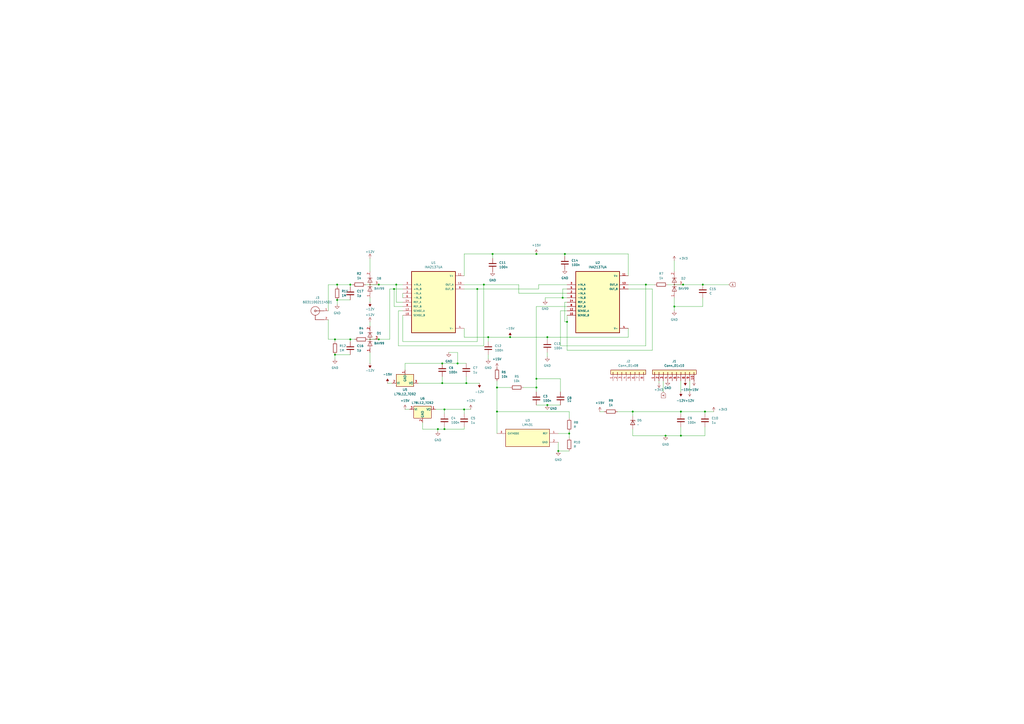
<source format=kicad_sch>
(kicad_sch (version 20231120) (generator "eeschema") (generator_version "8.0")
  (paper "A2")
  (lib_symbols
    (symbol "60311002114501:60311002114501" (pin_names (offset 1.016) hide)
      (property "Reference" "J" (at 0 3.556 0))
      (symbol "60311002114501_0_0"
        (polyline (pts (xy 0 -5.08) (xy 5.08 -5.08)) (stroke (width 0.254)))
        (polyline (pts (xy 0 -2.54) (xy 0 -5.08)) (stroke (width 0.254)))
        (polyline (pts (xy 5.08 0) (xy 0.5334 0)) (stroke (width 0.254)))
        (circle (center 0 0) (radius 0.508) (stroke (width 0.254)))
        (circle (center 0 0) (radius 2.54) (stroke (width 0.2032)))
        (pin passive line (at 7.62 0 180) (length 2.54) (name "~") (number "1"))
        (pin passive line (at 7.62 -5.08 180) (length 2.54) (name "~") (number "2"))
      )
    )
    (symbol "AP7381-50V-A:AP7381-50V-A" (pin_names (offset 1.016))
      (property "Reference" "U3" (at 0 10.16 0))
      (property "Value" "LM431" (at 0 7.62 0))
      (symbol "AP7381-50V-A_0_0"
        (rectangle (start -12.7 -5.08) (end 12.7 5.08) (stroke (width 0.254)) (fill (type background)))
      )
      (symbol "AP7381-50V-A_1_0"
        (pin output line (at 17.78 2.54 180) (length 5.08) (name "REF") (number "1"))
        (pin output line (at 17.78 -2.54 180) (length 5.08) (name "GND") (number "2"))
        (pin input line (at -17.78 2.54 0) (length 5.08) (name "CATHODE") (number "3"))
      )
    )
    (symbol "Connector_Generic:Conn_01x08" (pin_names (offset 1.016) hide)
      (property "Reference" "J" (at 0 10.16 0))
      (property "Value" "Conn_01x08" (at 0 -12.7 0))
      (symbol "Conn_01x08_1_1"
        (rectangle (start -1.27 -10.033) (end 0 -10.287) (stroke (width 0.1524)))
        (rectangle (start -1.27 -7.493) (end 0 -7.747) (stroke (width 0.1524)))
        (rectangle (start -1.27 -4.953) (end 0 -5.207) (stroke (width 0.1524)))
        (rectangle (start -1.27 -2.413) (end 0 -2.667) (stroke (width 0.1524)))
        (rectangle (start -1.27 0.127) (end 0 -0.127) (stroke (width 0.1524)))
        (rectangle (start -1.27 2.667) (end 0 2.413) (stroke (width 0.1524)))
        (rectangle (start -1.27 5.207) (end 0 4.953) (stroke (width 0.1524)))
        (rectangle (start -1.27 7.747) (end 0 7.493) (stroke (width 0.1524)))
        (rectangle (start -1.27 8.89) (end 1.27 -11.43) (stroke (width 0.254)) (fill (type background)))
        (pin passive line (at -5.08 7.62 0) (length 3.81) (name "Pin_1") (number "1"))
        (pin passive line (at -5.08 5.08 0) (length 3.81) (name "Pin_2") (number "2"))
        (pin passive line (at -5.08 2.54 0) (length 3.81) (name "Pin_3") (number "3"))
        (pin passive line (at -5.08 0 0) (length 3.81) (name "Pin_4") (number "4"))
        (pin passive line (at -5.08 -2.54 0) (length 3.81) (name "Pin_5") (number "5"))
        (pin passive line (at -5.08 -5.08 0) (length 3.81) (name "Pin_6") (number "6"))
        (pin passive line (at -5.08 -7.62 0) (length 3.81) (name "Pin_7") (number "7"))
        (pin passive line (at -5.08 -10.16 0) (length 3.81) (name "Pin_8") (number "8"))
      )
    )
    (symbol "Connector_Generic:Conn_01x10" (pin_names (offset 1.016) hide)
      (property "Reference" "J" (at 0 12.7 0))
      (property "Value" "Conn_01x10" (at 0 -15.24 0))
      (symbol "Conn_01x10_1_1"
        (rectangle (start -1.27 -12.573) (end 0 -12.827) (stroke (width 0.1524)))
        (rectangle (start -1.27 -10.033) (end 0 -10.287) (stroke (width 0.1524)))
        (rectangle (start -1.27 -7.493) (end 0 -7.747) (stroke (width 0.1524)))
        (rectangle (start -1.27 -4.953) (end 0 -5.207) (stroke (width 0.1524)))
        (rectangle (start -1.27 -2.413) (end 0 -2.667) (stroke (width 0.1524)))
        (rectangle (start -1.27 0.127) (end 0 -0.127) (stroke (width 0.1524)))
        (rectangle (start -1.27 2.667) (end 0 2.413) (stroke (width 0.1524)))
        (rectangle (start -1.27 5.207) (end 0 4.953) (stroke (width 0.1524)))
        (rectangle (start -1.27 7.747) (end 0 7.493) (stroke (width 0.1524)))
        (rectangle (start -1.27 10.287) (end 0 10.033) (stroke (width 0.1524)))
        (rectangle (start -1.27 11.43) (end 1.27 -13.97) (stroke (width 0.254)) (fill (type background)))
        (pin passive line (at -5.08 10.16 0) (length 3.81) (name "Pin_1") (number "1"))
        (pin passive line (at -5.08 -12.7 0) (length 3.81) (name "Pin_10") (number "10"))
        (pin passive line (at -5.08 7.62 0) (length 3.81) (name "Pin_2") (number "2"))
        (pin passive line (at -5.08 5.08 0) (length 3.81) (name "Pin_3") (number "3"))
        (pin passive line (at -5.08 2.54 0) (length 3.81) (name "Pin_4") (number "4"))
        (pin passive line (at -5.08 0 0) (length 3.81) (name "Pin_5") (number "5"))
        (pin passive line (at -5.08 -2.54 0) (length 3.81) (name "Pin_6") (number "6"))
        (pin passive line (at -5.08 -5.08 0) (length 3.81) (name "Pin_7") (number "7"))
        (pin passive line (at -5.08 -7.62 0) (length 3.81) (name "Pin_8") (number "8"))
        (pin passive line (at -5.08 -10.16 0) (length 3.81) (name "Pin_9") (number "9"))
      )
    )
    (symbol "Device:C" (pin_numbers hide) (pin_names (offset 0.254))
      (property "Reference" "C" (at 0.635 2.54 0))
      (property "Value" "C" (at 0.635 -2.54 0))
      (symbol "C_0_1"
        (polyline (pts (xy -2.032 -0.762) (xy 2.032 -0.762)) (stroke (width 0.508)))
        (polyline (pts (xy -2.032 0.762) (xy 2.032 0.762)) (stroke (width 0.508)))
      )
      (symbol "C_1_1"
        (pin passive line (at 0 3.81 270) (length 2.794) (name "~") (number "1"))
        (pin passive line (at 0 -3.81 90) (length 2.794) (name "~") (number "2"))
      )
    )
    (symbol "Device:R" (pin_numbers hide) (pin_names (offset 0))
      (property "Reference" "R" (at 2.032 0 90))
      (property "Value" "R" (at 0 0 90))
      (symbol "R_0_1"
        (rectangle (start -1.016 -2.54) (end 1.016 2.54) (stroke (width 0.254)))
      )
      (symbol "R_1_1"
        (pin passive line (at 0 3.81 270) (length 1.27) (name "~") (number "1"))
        (pin passive line (at 0 -3.81 90) (length 1.27) (name "~") (number "2"))
      )
    )
    (symbol "Diode:BAV99" (pin_names hide)
      (property "Reference" "D" (at 0 5.08 0))
      (property "Value" "BAV99" (at 0 2.54 0))
      (symbol "BAV99_0_1"
        (polyline (pts (xy -5.08 0) (xy 5.08 0)))
      )
      (symbol "BAV99_1_1"
        (polyline (pts (xy 0 0) (xy 0 -2.54)))
        (polyline (pts (xy -1.27 -1.27) (xy -1.27 1.27) (xy -1.27 1.27)) (stroke (width 0.2032)))
        (polyline (pts (xy 3.81 1.27) (xy 3.81 -1.27) (xy 3.81 -1.27)) (stroke (width 0.2032)))
        (polyline (pts (xy -3.81 1.27) (xy -1.27 0) (xy -3.81 -1.27) (xy -3.81 1.27) (xy -3.81 1.27) (xy -3.81 1.27)) (stroke (width 0.2032)))
        (polyline (pts (xy 1.27 1.27) (xy 3.81 0) (xy 1.27 -1.27) (xy 1.27 1.27) (xy 1.27 1.27) (xy 1.27 1.27)) (stroke (width 0.2032)))
        (circle (center 0 0) (radius 0.254) (fill (type outline)))
        (pin passive line (at -7.62 0 0) (length 2.54) (name "K") (number "1"))
        (pin passive line (at 7.62 0 180) (length 2.54) (name "A") (number "2"))
        (pin passive line (at 0 -5.08 90) (length 2.54) (name "K") (number "3"))
      )
    )
    (symbol "Diode:ZPDxx" (pin_numbers hide) (pin_names hide)
      (property "Reference" "D" (at 0 2.54 0))
      (property "Value" "ZPDxx" (at 0 -2.54 0))
      (symbol "ZPDxx_0_1"
        (polyline (pts (xy 1.27 0) (xy -1.27 0)))
        (polyline (pts (xy -1.27 -1.27) (xy -1.27 1.27) (xy -0.762 1.27)) (stroke (width 0.254)))
        (polyline (pts (xy 1.27 -1.27) (xy 1.27 1.27) (xy -1.27 0) (xy 1.27 -1.27)) (stroke (width 0.254)))
      )
      (symbol "ZPDxx_1_1"
        (pin passive line (at -3.81 0 0) (length 2.54) (name "K") (number "1"))
        (pin passive line (at 3.81 0 180) (length 2.54) (name "A") (number "2"))
      )
    )
    (symbol "INA2137UA:INA2137UA" (pin_names (offset 1.016))
      (property "Reference" "U" (at -12.7 18.7706 0))
      (property "Value" "INA2137UA" (at -12.7 -21.7678 0))
      (symbol "INA2137UA_0_0"
        (rectangle (start -12.7 -17.78) (end 12.7 17.78) (stroke (width 0.4064)) (fill (type background)))
        (pin input line (at -17.78 -7.62 0) (length 5.08) (name "SENSE_B") (number "10"))
        (pin power_in line (at 17.78 15.24 180) (length 5.08) (name "V+") (number "11"))
        (pin input line (at -17.78 -5.08 0) (length 5.08) (name "SENSE_A") (number "12"))
        (pin output line (at 17.78 10.16 180) (length 5.08) (name "OUT_A") (number "13"))
        (pin input line (at -17.78 0 0) (length 5.08) (name "REF_A") (number "14"))
        (pin input line (at -17.78 5.08 0) (length 5.08) (name "-IN_A") (number "2"))
        (pin input line (at -17.78 10.16 0) (length 5.08) (name "+IN_A") (number "3"))
        (pin power_in line (at 17.78 -15.24 180) (length 5.08) (name "V-") (number "4"))
        (pin input line (at -17.78 7.62 0) (length 5.08) (name "+IN_B") (number "5"))
        (pin input line (at -17.78 2.54 0) (length 5.08) (name "-IN_B") (number "6"))
        (pin input line (at -17.78 -2.54 0) (length 5.08) (name "REF_B") (number "8"))
        (pin output line (at 17.78 7.62 180) (length 5.08) (name "OUT_B") (number "9"))
      )
    )
    (symbol "INA2137UA_1" (pin_names (offset 1.016))
      (property "Reference" "U" (at -12.7 18.7706 0))
      (property "Value" "INA2137UA" (at -12.7 -21.7678 0))
      (symbol "INA2137UA_1_0_0"
        (rectangle (start -12.7 -17.78) (end 12.7 17.78) (stroke (width 0.4064)) (fill (type background)))
        (pin input line (at -17.78 -7.62 0) (length 5.08) (name "SENSE_B") (number "10"))
        (pin power_in line (at 17.78 15.24 180) (length 5.08) (name "V+") (number "11"))
        (pin input line (at -17.78 -5.08 0) (length 5.08) (name "SENSE_A") (number "12"))
        (pin output line (at 17.78 10.16 180) (length 5.08) (name "OUT_A") (number "13"))
        (pin input line (at -17.78 0 0) (length 5.08) (name "REF_A") (number "14"))
        (pin input line (at -17.78 5.08 0) (length 5.08) (name "-IN_A") (number "2"))
        (pin input line (at -17.78 10.16 0) (length 5.08) (name "+IN_A") (number "3"))
        (pin power_in line (at 17.78 -15.24 180) (length 5.08) (name "V-") (number "4"))
        (pin input line (at -17.78 7.62 0) (length 5.08) (name "+IN_B") (number "5"))
        (pin input line (at -17.78 2.54 0) (length 5.08) (name "-IN_B") (number "6"))
        (pin input line (at -17.78 -2.54 0) (length 5.08) (name "REF_B") (number "8"))
        (pin output line (at 17.78 7.62 180) (length 5.08) (name "OUT_B") (number "9"))
      )
    )
    (symbol "Regulator_Linear:L78L12_TO92" (pin_names (offset 0.254))
      (property "Reference" "U" (at -3.81 3.175 0))
      (property "Value" "L78L12_TO92" (at 0 3.175 0))
      (symbol "L78L12_TO92_0_1"
        (rectangle (start -5.08 -5.08) (end 5.08 1.905) (stroke (width 0.254)) (fill (type background)))
      )
      (symbol "L78L12_TO92_1_1"
        (pin power_out line (at 7.62 0 180) (length 2.54) (name "VO") (number "1"))
        (pin power_in line (at 0 -7.62 90) (length 2.54) (name "GND") (number "2"))
        (pin power_in line (at -7.62 0 0) (length 2.54) (name "VI") (number "3"))
      )
    )
    (symbol "Regulator_Linear:L79L12_TO92" (pin_names (offset 0.254))
      (property "Reference" "U" (at -3.81 -3.175 0))
      (property "Value" "L79L12_TO92" (at 0 -3.175 0))
      (symbol "L79L12_TO92_0_1"
        (rectangle (start -5.08 5.08) (end 5.08 -1.905) (stroke (width 0.254)) (fill (type background)))
      )
      (symbol "L79L12_TO92_1_1"
        (pin power_in line (at 0 7.62 270) (length 2.54) (name "GND") (number "1"))
        (pin power_in line (at -7.62 0 0) (length 2.54) (name "VI") (number "2"))
        (pin power_out line (at 7.62 0 180) (length 2.54) (name "VO") (number "3"))
      )
    )
    (symbol "power:+12V" (power) (pin_numbers hide) (pin_names (offset 0) hide)
      (property "Value" "+12V" (at 0 3.556 0))
      (symbol "+12V_0_1"
        (polyline (pts (xy -0.762 1.27) (xy 0 2.54)))
        (polyline (pts (xy 0 0) (xy 0 2.54)))
        (polyline (pts (xy 0 2.54) (xy 0.762 1.27)))
      )
      (symbol "+12V_1_1"
        (pin power_in line (at 0 0 90) (length 0) (name "~") (number "1"))
      )
    )
    (symbol "power:+15V" (power) (pin_numbers hide) (pin_names (offset 0) hide)
      (property "Value" "+15V" (at 0 3.556 0))
      (symbol "+15V_0_1"
        (polyline (pts (xy -0.762 1.27) (xy 0 2.54)))
        (polyline (pts (xy 0 0) (xy 0 2.54)))
        (polyline (pts (xy 0 2.54) (xy 0.762 1.27)))
      )
      (symbol "+15V_1_1"
        (pin power_in line (at 0 0 90) (length 0) (name "~") (number "1"))
      )
    )
    (symbol "power:+2V5" (power) (pin_numbers hide) (pin_names (offset 0) hide)
      (property "Value" "+2V5" (at 0 3.556 0))
      (symbol "+2V5_0_1"
        (polyline (pts (xy -0.762 1.27) (xy 0 2.54)))
        (polyline (pts (xy 0 0) (xy 0 2.54)))
        (polyline (pts (xy 0 2.54) (xy 0.762 1.27)))
      )
      (symbol "+2V5_1_1"
        (pin power_in line (at 0 0 90) (length 0) (name "~") (number "1"))
      )
    )
    (symbol "power:-12V" (power) (pin_numbers hide) (pin_names (offset 0) hide)
      (property "Value" "-12V" (at 0 3.556 0))
      (symbol "-12V_0_0"
        (pin power_in line (at 0 0 90) (length 0) (name "~") (number "1"))
      )
      (symbol "-12V_0_1"
        (polyline (pts (xy 0 0) (xy 0 1.27) (xy 0.762 1.27) (xy 0 2.54) (xy -0.762 1.27) (xy 0 1.27)) (fill (type outline)))
      )
    )
    (symbol "power:-15V" (power) (pin_numbers hide) (pin_names (offset 0) hide)
      (property "Value" "-15V" (at 0 3.556 0))
      (symbol "-15V_0_0"
        (pin power_in line (at 0 0 90) (length 0) (name "~") (number "1"))
      )
      (symbol "-15V_0_1"
        (polyline (pts (xy 0 0) (xy 0 1.27) (xy 0.762 1.27) (xy 0 2.54) (xy -0.762 1.27) (xy 0 1.27)) (fill (type outline)))
      )
    )
    (symbol "power:GND" (power) (pin_numbers hide) (pin_names (offset 0) hide)
      (property "Value" "GND" (at 0 -3.81 0))
      (symbol "GND_0_1"
        (polyline (pts (xy 0 0) (xy 0 -1.27) (xy 1.27 -1.27) (xy 0 -2.54) (xy -1.27 -1.27) (xy 0 -1.27)))
      )
      (symbol "GND_1_1"
        (pin power_in line (at 0 0 270) (length 0) (name "~") (number "1"))
      )
    )
  )
  (junction (at 330.2 251.46))
  (junction (at 203.2 196.85))
  (junction (at 229.87 165.1))
  (junction (at 257.81 248.92))
  (junction (at 270.51 222.25))
  (junction (at 280.67 165.1))
  (junction (at 311.15 219.71))
  (junction (at 203.2 165.1))
  (junction (at 311.15 147.32))
  (junction (at 394.97 238.76))
  (junction (at 256.54 222.25))
  (junction (at 195.58 173.99))
  (junction (at 327.66 147.32))
  (junction (at 269.24 237.49))
  (junction (at 288.29 238.76))
  (junction (at 396.24 165.1))
  (junction (at 283.21 195.58))
  (junction (at 407.67 165.1))
  (junction (at 228.6 167.64))
  (junction (at 408.94 238.76))
  (junction (at 219.71 165.1))
  (junction (at 285.75 147.32))
  (junction (at 391.16 177.8))
  (junction (at 194.31 205.74))
  (junction (at 386.08 252.73))
  (junction (at 288.29 224.79))
  (junction (at 254 248.92))
  (junction (at 317.5 195.58))
  (junction (at 295.91 195.58))
  (junction (at 323.85 261.62))
  (junction (at 328.93 186.69))
  (junction (at 326.39 172.72))
  (junction (at 367.03 238.76))
  (junction (at 194.31 196.85))
  (junction (at 257.81 237.49))
  (junction (at 256.54 210.82))
  (junction (at 265.43 210.82))
  (junction (at 311.15 224.79))
  (junction (at 394.97 252.73))
  (junction (at 317.5 234.95))
  (junction (at 276.86 167.64))
  (junction (at 219.71 196.85))
  (junction (at 374.65 165.1))
  (junction (at 195.58 165.1))
  (wire (pts (xy 396.24 165.1) (xy 407.67 165.1)))
  (wire (pts (xy 231.14 180.34) (xy 231.14 200.66)))
  (wire (pts (xy 269.24 160.02) (xy 269.24 147.32)))
  (wire (pts (xy 311.15 219.71) (xy 325.12 219.71)))
  (wire (pts (xy 330.2 251.46) (xy 330.2 254)))
  (wire (pts (xy 256.54 222.25) (xy 270.51 222.25)))
  (wire (pts (xy 327.66 175.26) (xy 327.66 186.69)))
  (wire (pts (xy 316.23 172.72) (xy 316.23 173.99)))
  (wire (pts (xy 233.68 170.18) (xy 233.68 172.72)))
  (wire (pts (xy 190.5 185.42) (xy 190.5 196.85)))
  (wire (pts (xy 367.03 238.76) (xy 367.03 241.3)))
  (wire (pts (xy 234.95 210.82) (xy 256.54 210.82)))
  (wire (pts (xy 330.2 242.57) (xy 330.2 238.76)))
  (wire (pts (xy 311.15 177.8) (xy 311.15 219.71)))
  (wire (pts (xy 195.58 165.1) (xy 190.5 165.1)))
  (wire (pts (xy 245.11 245.11) (xy 245.11 248.92)))
  (wire (pts (xy 283.21 195.58) (xy 283.21 198.12)))
  (wire (pts (xy 205.74 196.85) (xy 203.2 196.85)))
  (wire (pts (xy 228.6 167.64) (xy 226.06 167.64)))
  (wire (pts (xy 219.71 196.85) (xy 226.06 196.85)))
  (wire (pts (xy 330.2 238.76) (xy 288.29 238.76)))
  (wire (pts (xy 269.24 165.1) (xy 280.67 165.1)))
  (wire (pts (xy 233.68 167.64) (xy 228.6 167.64)))
  (wire (pts (xy 364.49 147.32) (xy 364.49 160.02)))
  (wire (pts (xy 328.93 175.26) (xy 327.66 175.26)))
  (wire (pts (xy 325.12 234.95) (xy 317.5 234.95)))
  (wire (pts (xy 254 248.92) (xy 257.81 248.92)))
  (wire (pts (xy 295.91 195.58) (xy 317.5 195.58)))
  (wire (pts (xy 265.43 204.47) (xy 265.43 210.82)))
  (wire (pts (xy 269.24 237.49) (xy 273.05 237.49)))
  (wire (pts (xy 328.93 182.88) (xy 328.93 186.69)))
  (wire (pts (xy 260.35 204.47) (xy 265.43 204.47)))
  (wire (pts (xy 387.35 165.1) (xy 396.24 165.1)))
  (wire (pts (xy 269.24 147.32) (xy 285.75 147.32)))
  (wire (pts (xy 323.85 256.54) (xy 323.85 261.62)))
  (wire (pts (xy 408.94 238.76) (xy 408.94 240.03)))
  (wire (pts (xy 257.81 247.65) (xy 257.81 248.92)))
  (wire (pts (xy 195.58 173.99) (xy 203.2 173.99)))
  (wire (pts (xy 327.66 147.32) (xy 364.49 147.32)))
  (wire (pts (xy 214.63 172.72) (xy 214.63 175.26)))
  (wire (pts (xy 311.15 219.71) (xy 311.15 224.79)))
  (wire (pts (xy 280.67 200.66) (xy 280.67 165.1)))
  (wire (pts (xy 400.05 220.98) (xy 400.05 227.33)))
  (wire (pts (xy 328.93 170.18) (xy 300.99 170.18)))
  (wire (pts (xy 203.2 196.85) (xy 194.31 196.85)))
  (wire (pts (xy 257.81 248.92) (xy 269.24 248.92)))
  (wire (pts (xy 323.85 261.62) (xy 330.2 261.62)))
  (wire (pts (xy 327.66 186.69) (xy 328.93 186.69)))
  (wire (pts (xy 323.85 251.46) (xy 330.2 251.46)))
  (wire (pts (xy 229.87 165.1) (xy 233.68 165.1)))
  (wire (pts (xy 328.93 203.2) (xy 378.46 203.2)))
  (wire (pts (xy 276.86 167.64) (xy 312.42 167.64)))
  (wire (pts (xy 283.21 195.58) (xy 295.91 195.58)))
  (wire (pts (xy 229.87 165.1) (xy 229.87 175.26)))
  (wire (pts (xy 203.2 196.85) (xy 203.2 198.12)))
  (wire (pts (xy 364.49 190.5) (xy 364.49 195.58)))
  (wire (pts (xy 303.53 224.79) (xy 311.15 224.79)))
  (wire (pts (xy 242.57 222.25) (xy 256.54 222.25)))
  (wire (pts (xy 288.29 238.76) (xy 288.29 251.46)))
  (wire (pts (xy 213.36 196.85) (xy 219.71 196.85)))
  (wire (pts (xy 328.93 186.69) (xy 328.93 203.2)))
  (wire (pts (xy 224.79 222.25) (xy 227.33 222.25)))
  (wire (pts (xy 325.12 180.34) (xy 325.12 200.66)))
  (wire (pts (xy 311.15 147.32) (xy 327.66 147.32)))
  (wire (pts (xy 276.86 198.12) (xy 276.86 167.64)))
  (wire (pts (xy 203.2 165.1) (xy 203.2 166.37)))
  (wire (pts (xy 256.54 210.82) (xy 265.43 210.82)))
  (wire (pts (xy 347.98 238.76) (xy 350.52 238.76)))
  (wire (pts (xy 386.08 252.73) (xy 394.97 252.73)))
  (wire (pts (xy 231.14 200.66) (xy 280.67 200.66)))
  (wire (pts (xy 256.54 218.44) (xy 256.54 222.25)))
  (wire (pts (xy 407.67 177.8) (xy 407.67 172.72)))
  (wire (pts (xy 327.66 147.32) (xy 327.66 148.59)))
  (wire (pts (xy 269.24 247.65) (xy 269.24 248.92)))
  (wire (pts (xy 391.16 151.13) (xy 391.16 157.48)))
  (wire (pts (xy 317.5 204.47) (xy 317.5 207.01)))
  (wire (pts (xy 194.31 196.85) (xy 194.31 198.12)))
  (wire (pts (xy 382.27 220.98) (xy 382.27 222.25)))
  (wire (pts (xy 328.93 165.1) (xy 312.42 165.1)))
  (wire (pts (xy 384.81 220.98) (xy 384.81 227.33)))
  (wire (pts (xy 364.49 167.64) (xy 378.46 167.64)))
  (wire (pts (xy 283.21 205.74) (xy 283.21 208.28)))
  (wire (pts (xy 233.68 198.12) (xy 276.86 198.12)))
  (wire (pts (xy 328.93 167.64) (xy 326.39 167.64)))
  (wire (pts (xy 194.31 205.74) (xy 194.31 208.28)))
  (wire (pts (xy 374.65 165.1) (xy 364.49 165.1)))
  (wire (pts (xy 228.6 167.64) (xy 228.6 177.8)))
  (wire (pts (xy 326.39 172.72) (xy 316.23 172.72)))
  (wire (pts (xy 367.03 248.92) (xy 367.03 252.73)))
  (wire (pts (xy 257.81 240.03) (xy 257.81 237.49)))
  (wire (pts (xy 328.93 172.72) (xy 326.39 172.72)))
  (wire (pts (xy 422.91 165.1) (xy 407.67 165.1)))
  (wire (pts (xy 330.2 250.19) (xy 330.2 251.46)))
  (wire (pts (xy 214.63 204.47) (xy 214.63 210.82)))
  (wire (pts (xy 358.14 238.76) (xy 367.03 238.76)))
  (wire (pts (xy 325.12 200.66) (xy 374.65 200.66)))
  (wire (pts (xy 300.99 170.18) (xy 300.99 165.1)))
  (wire (pts (xy 326.39 167.64) (xy 326.39 172.72)))
  (wire (pts (xy 394.97 238.76) (xy 394.97 240.03)))
  (wire (pts (xy 204.47 165.1) (xy 203.2 165.1)))
  (wire (pts (xy 394.97 252.73) (xy 408.94 252.73)))
  (wire (pts (xy 270.51 218.44) (xy 270.51 222.25)))
  (wire (pts (xy 394.97 247.65) (xy 394.97 252.73)))
  (wire (pts (xy 194.31 205.74) (xy 203.2 205.74)))
  (wire (pts (xy 312.42 165.1) (xy 312.42 167.64)))
  (wire (pts (xy 391.16 177.8) (xy 407.67 177.8)))
  (wire (pts (xy 391.16 172.72) (xy 391.16 177.8)))
  (wire (pts (xy 269.24 195.58) (xy 283.21 195.58)))
  (wire (pts (xy 374.65 200.66) (xy 374.65 165.1)))
  (wire (pts (xy 219.71 165.1) (xy 229.87 165.1)))
  (wire (pts (xy 194.31 196.85) (xy 190.5 196.85)))
  (wire (pts (xy 394.97 220.98) (xy 394.97 227.33)))
  (wire (pts (xy 190.5 165.1) (xy 190.5 180.34)))
  (wire (pts (xy 245.11 248.92) (xy 254 248.92)))
  (wire (pts (xy 203.2 165.1) (xy 195.58 165.1)))
  (wire (pts (xy 252.73 237.49) (xy 257.81 237.49)))
  (wire (pts (xy 311.15 224.79) (xy 311.15 227.33)))
  (wire (pts (xy 374.65 165.1) (xy 379.73 165.1)))
  (wire (pts (xy 214.63 149.86) (xy 214.63 157.48)))
  (wire (pts (xy 391.16 177.8) (xy 391.16 180.34)))
  (wire (pts (xy 317.5 195.58) (xy 364.49 195.58)))
  (wire (pts (xy 195.58 165.1) (xy 195.58 166.37)))
  (wire (pts (xy 311.15 234.95) (xy 317.5 234.95)))
  (wire (pts (xy 270.51 222.25) (xy 278.13 222.25)))
  (wire (pts (xy 317.5 195.58) (xy 317.5 196.85)))
  (wire (pts (xy 269.24 167.64) (xy 276.86 167.64)))
  (wire (pts (xy 269.24 240.03) (xy 269.24 237.49)))
  (wire (pts (xy 288.29 224.79) (xy 288.29 238.76)))
  (wire (pts (xy 408.94 238.76) (xy 414.02 238.76)))
  (wire (pts (xy 257.81 237.49) (xy 269.24 237.49)))
  (wire (pts (xy 295.91 224.79) (xy 288.29 224.79)))
  (wire (pts (xy 234.95 237.49) (xy 237.49 237.49)))
  (wire (pts (xy 269.24 190.5) (xy 269.24 195.58)))
  (wire (pts (xy 285.75 147.32) (xy 311.15 147.32)))
  (wire (pts (xy 288.29 220.98) (xy 288.29 224.79)))
  (wire (pts (xy 328.93 177.8) (xy 311.15 177.8)))
  (wire (pts (xy 229.87 175.26) (xy 233.68 175.26)))
  (wire (pts (xy 234.95 210.82) (xy 234.95 214.63)))
  (wire (pts (xy 328.93 180.34) (xy 325.12 180.34)))
  (wire (pts (xy 195.58 173.99) (xy 195.58 176.53)))
  (wire (pts (xy 367.03 252.73) (xy 386.08 252.73)))
  (wire (pts (xy 233.68 180.34) (xy 231.14 180.34)))
  (wire (pts (xy 280.67 165.1) (xy 300.99 165.1)))
  (wire (pts (xy 408.94 247.65) (xy 408.94 252.73)))
  (wire (pts (xy 378.46 203.2) (xy 378.46 167.64)))
  (wire (pts (xy 212.09 165.1) (xy 219.71 165.1)))
  (wire (pts (xy 254 250.19) (xy 254 248.92)))
  (wire (pts (xy 394.97 238.76) (xy 408.94 238.76)))
  (wire (pts (xy 285.75 147.32) (xy 285.75 149.86)))
  (wire (pts (xy 367.03 238.76) (xy 394.97 238.76)))
  (wire (pts (xy 228.6 177.8) (xy 233.68 177.8)))
  (wire (pts (xy 233.68 182.88) (xy 233.68 198.12)))
  (wire (pts (xy 226.06 167.64) (xy 226.06 196.85)))
  (wire (pts (xy 214.63 186.69) (xy 214.63 189.23)))
  (wire (pts (xy 265.43 210.82) (xy 270.51 210.82)))
  (wire (pts (xy 325.12 227.33) (xy 325.12 219.71)))
  (global_label "A" (shape input) (at 422.91 165.1 0) (property "Intersheetrefs" "${INTERSHEET_REFS}" (effects (hide yes))))
  (global_label "A" (shape input) (at 384.81 227.33 270) (property "Intersheetrefs" "${INTERSHEET_REFS}" (effects (hide yes))))
  (symbol (lib_id "power:+12V") (at 214.63 149.86 0) (unit 1)
    (property "Reference" "#PWR032" (effects (hide yes)))
    (property "Value" "+12V" (at 214.63 146.05 0))
    (property "Description" "Power symbol creates a global label with name \"+12V\"" (effects (hide yes)))
  )
  (symbol (lib_id "Device:R") (at 194.31 201.93 0) (unit 1)
    (property "Reference" "R12" (at 196.85 200.6599 0) (effects (justify left)))
    (property "Value" "1M" (at 196.85 203.1999 0) (effects (justify left)))
    (property "Footprint" "Resistor_SMD:R_1206_3216Metric_Pad1.30x1.75mm_HandSolder" (effects (hide yes)))
    (property "Description" "Resistor" (effects (hide yes)))
  )
  (symbol (lib_id "power:+2V5") (at 382.27 222.25 180) (unit 1)
    (property "Reference" "#PWR031" (effects (hide yes)))
    (property "Value" "+3V3" (at 379.476 226.06 0) (effects (justify right)))
    (property "Description" "Power symbol creates a global label with name \"+2V5\"" (effects (hide yes)))
  )
  (symbol (lib_id "Regulator_Linear:L79L12_TO92") (at 234.95 222.25 0) (unit 1)
    (property "Reference" "U5" (at 234.95 226.06 0))
    (property "Value" "L79L12_TO92" (at 234.95 228.6 0))
    (property "Footprint" "Package_TO_SOT_THT:TO-92_Inline" (effects (hide yes)))
    (property "Datasheet" "http://www.farnell.com/datasheets/1827870.pdf" (effects (hide yes)))
    (property "Description" "Negative 100mA -30V Linear Regulator, Fixed Output -5V, TO-92" (effects (hide yes)))
  )
  (symbol (lib_id "Diode:BAV99") (at 214.63 196.85 90) (unit 1)
    (property "Reference" "D1" (at 221.234 193.294 90) (effects (justify left)))
    (property "Value" "BAV99" (at 223.012 199.136 90) (effects (justify left)))
    (property "Footprint" "Package_TO_SOT_SMD:SOT-23" (effects (hide yes)))
    (property "Datasheet" "https://assets.nexperia.com/documents/data-sheet/BAV99_SER.pdf" (effects (hide yes)))
    (property "Description" "BAV99 High-speed switching diodes, SOT-23" (effects (hide yes)))
  )
  (symbol (lib_id "Device:C") (at 311.15 231.14 0) (unit 1)
    (property "Reference" "C3" (at 314.96 229.8699 0) (effects (justify left)))
    (property "Value" "100n" (at 314.96 232.4099 0) (effects (justify left)))
    (property "Footprint" "Capacitor_SMD:C_1206_3216Metric_Pad1.33x1.80mm_HandSolder" (effects (hide yes)))
    (property "Description" "Unpolarized capacitor" (effects (hide yes)))
  )
  (symbol (lib_id "Device:C") (at 325.12 231.14 0) (unit 1)
    (property "Reference" "C8" (at 328.93 230.886 0) (effects (justify left)))
    (property "Value" "1u" (at 328.93 232.4099 0) (effects (justify left)))
    (property "Footprint" "Capacitor_THT:CP_Radial_Tantal_D7.0mm_P5.00mm" (effects (hide yes)))
    (property "Description" "Unpolarized capacitor" (effects (hide yes)))
  )
  (symbol (lib_id "power:GND") (at 317.5 207.01 0) (unit 1)
    (property "Reference" "#PWR029" (effects (hide yes)))
    (property "Value" "GND" (at 317.5 212.09 0))
    (property "Description" "Power symbol creates a global label with name \"GND\" , ground" (effects (hide yes)))
  )
  (symbol (lib_id "power:-15V") (at 224.79 222.25 0) (unit 1)
    (property "Reference" "#PWR016" (effects (hide yes)))
    (property "Value" "-15V" (at 224.79 217.17 0))
    (property "Description" "Power symbol creates a global label with name \"-15V\"" (effects (hide yes)))
  )
  (symbol (lib_id "power:GND") (at 387.35 220.98 0) (unit 1)
    (property "Reference" "#PWR021" (effects (hide yes)))
    (property "Value" "GND" (at 387.35 225.044 0))
    (property "Description" "Power symbol creates a global label with name \"GND\" , ground" (effects (hide yes)))
  )
  (symbol (lib_id "Device:C") (at 257.81 243.84 0) (unit 1)
    (property "Reference" "C4" (at 261.62 242.5699 0) (effects (justify left)))
    (property "Value" "100n" (at 261.62 245.1099 0) (effects (justify left)))
    (property "Footprint" "Capacitor_SMD:C_1206_3216Metric_Pad1.33x1.80mm_HandSolder" (effects (hide yes)))
    (property "Description" "Unpolarized capacitor" (effects (hide yes)))
  )
  (symbol (lib_id "power:-12V") (at 214.63 210.82 180) (unit 1)
    (property "Reference" "#PWR034" (effects (hide yes)))
    (property "Value" "-12V" (at 214.63 214.884 0))
    (property "Description" "Power symbol creates a global label with name \"-12V\"" (effects (hide yes)))
  )
  (symbol (lib_id "Device:C") (at 283.21 201.93 0) (unit 1)
    (property "Reference" "C12" (at 287.02 200.6599 0) (effects (justify left)))
    (property "Value" "100n" (at 287.02 203.1999 0) (effects (justify left)))
    (property "Footprint" "Capacitor_SMD:C_1206_3216Metric_Pad1.33x1.80mm_HandSolder" (effects (hide yes)))
    (property "Description" "Unpolarized capacitor" (effects (hide yes)))
  )
  (symbol (lib_id "power:GND") (at 285.75 157.48 0) (unit 1)
    (property "Reference" "#PWR024" (effects (hide yes)))
    (property "Value" "GND" (at 285.75 162.56 0))
    (property "Description" "Power symbol creates a global label with name \"GND\" , ground" (effects (hide yes)))
  )
  (symbol (lib_id "Diode:ZPDxx") (at 367.03 245.11 270) (unit 1)
    (property "Reference" "D5" (at 369.57 243.8399 90) (effects (justify left)))
    (property "Value" "~" (at 369.57 246.3799 90) (effects (justify left)))
    (property "Footprint" "Diode_THT:D_A-405_P2.54mm_Vertical_KathodeUp" (effects (hide yes)))
    (property "Datasheet" "http://diotec.com/tl_files/diotec/files/pdf/datasheets/zpd1" (effects (hide yes)))
    (property "Description" "500mW Zener Diode, DO-35" (effects (hide yes)))
  )
  (symbol (lib_id "power:+12V") (at 273.05 237.49 0) (unit 1)
    (property "Reference" "#PWR023" (effects (hide yes)))
    (property "Value" "+12V" (at 273.05 232.41 0))
    (property "Description" "Power symbol creates a global label with name \"+12V\"" (effects (hide yes)))
  )
  (symbol (lib_id "power:+2V5") (at 391.16 151.13 0) (unit 1)
    (property "Reference" "#PWR036" (effects (hide yes)))
    (property "Value" "+3V3" (at 393.7 149.8599 0) (effects (justify left)))
    (property "Description" "Power symbol creates a global label with name \"+2V5\"" (effects (hide yes)))
  )
  (symbol (lib_id "Device:C") (at 270.51 214.63 0) (unit 1)
    (property "Reference" "C7" (at 274.32 213.3599 0) (effects (justify left)))
    (property "Value" "1u" (at 274.32 215.8999 0) (effects (justify left)))
    (property "Footprint" "Capacitor_THT:CP_Radial_Tantal_D7.0mm_P5.00mm" (effects (hide yes)))
    (property "Description" "Unpolarized capacitor" (effects (hide yes)))
  )
  (symbol (lib_id "power:-12V") (at 278.13 222.25 180) (unit 1)
    (property "Reference" "#PWR022" (effects (hide yes)))
    (property "Value" "-12V" (at 278.13 227.33 0))
    (property "Description" "Power symbol creates a global label with name \"-12V\"" (effects (hide yes)))
  )
  (symbol (lib_id "power:GND") (at 260.35 204.47 0) (unit 1)
    (property "Reference" "#PWR011" (effects (hide yes)))
    (property "Value" "GND" (at 260.35 209.55 0))
    (property "Description" "Power symbol creates a global label with name \"GND\" , ground" (effects (hide yes)))
  )
  (symbol (lib_id "Device:C") (at 408.94 243.84 0) (unit 1)
    (property "Reference" "C10" (at 412.75 242.5699 0) (effects (justify left)))
    (property "Value" "1u" (at 412.75 245.1099 0) (effects (justify left)))
    (property "Footprint" "Capacitor_THT:CP_Radial_Tantal_D7.0mm_P5.00mm" (effects (hide yes)))
    (property "Description" "Unpolarized capacitor" (effects (hide yes)))
  )
  (symbol (lib_name "INA2137UA_1") (lib_id "INA2137UA:INA2137UA") (at 346.71 175.26 0) (unit 1)
    (property "Reference" "U2" (at 346.71 152.4 0))
    (property "Value" "INA2137UA" (at 346.71 154.94 0))
    (property "Footprint" "INA2137UA (1):SOIC127P600X175-14N" (effects (hide yes)))
    (property "Description" "\\n                        \\n                            Dual, audio differential line receivers, +-6 dB (g=1/2 or 2)\\n                        \\n" (effects (hide yes)))
    (property "SnapEDA_Link" "https://www.snapeda.com/parts/INA2137UA/Texas+Instruments/view-part/?ref=snap" (effects (hide yes)))
    (property "MF" "Texas Instruments" (effects (hide yes)))
    (property "Package" "SOIC-14 Texas Instruments" (effects (hide yes)))
    (property "Check_prices" "https://www.snapeda.com/parts/INA2137UA/Texas+Instruments/view-part/?ref=eda" (effects (hide yes)))
    (property "MP" "INA2137UA" (effects (hide yes)))
  )
  (symbol (lib_id "60311002114501:60311002114501") (at 182.88 180.34 0) (unit 1)
    (property "Reference" "J3" (at 184.1627 172.72 0))
    (property "Value" "60311002114501" (at 184.1627 175.26 0))
    (property "Footprint" "Connector_Coaxial:SMA_Molex_73251-2200_Horizontal" (effects (hide yes)))
    (property "Description" "\\n                        \\n                            SMA Connector Jack, Female Socket 50 Ohms Through Hole, Right Angle Solder\\n                        \\n" (effects (hide yes)))
    (property "Package" "None" (effects (hide yes)))
    (property "MOUNT" "THT" (effects (hide yes)))
    (property "Check_prices" "https://www.snapeda.com/parts/60311002114501/Wurth+Elektronik/view-part/?ref=eda" (effects (hide yes)))
    (property "VALUE" "60311002114501" (effects (hide yes)))
    (property "Price" "None" (effects (hide yes)))
    (property "INTERFACE" "MIL-STD-348" (effects (hide yes)))
    (property "SnapEDA_Link" "https://www.snapeda.com/parts/60311002114501/Wurth+Elektronik/view-part/?ref=snap" (effects (hide yes)))
    (property "DATASHEET-URL" "https://www.we-online.com/redexpert/spec/60311002114501?ae" (effects (hide yes)))
    (property "MP" "60311002114501" (effects (hide yes)))
    (property "PART-NUMBER" "60311002114501" (effects (hide yes)))
    (property "IMPEDANCE" "50Ohm" (effects (hide yes)))
    (property "Availability" "In Stock" (effects (hide yes)))
    (property "FREQUENCY-RANGE" "DC~{18} GHz" (effects (hide yes)))
    (property "SIZE" "Right Angle Jack" (effects (hide yes)))
  )
  (symbol (lib_id "power:GND") (at 317.5 234.95 0) (unit 1)
    (property "Reference" "#PWR07" (effects (hide yes)))
    (property "Value" "GND" (at 321.056 236.982 0))
    (property "Description" "Power symbol creates a global label with name \"GND\" , ground" (effects (hide yes)))
  )
  (symbol (lib_id "AP7381-50V-A:AP7381-50V-A") (at 306.07 254 0) (unit 1)
    (property "Reference" "U3" (at 306.07 243.84 0))
    (property "Value" "LM431" (at 306.07 246.38 0))
    (property "Footprint" "Package_TO_SOT_THT:TO-92" (effects (hide yes)))
  )
  (symbol (lib_id "Device:C") (at 317.5 200.66 0) (unit 1)
    (property "Reference" "C13" (at 321.31 199.3899 0) (effects (justify left)))
    (property "Value" "100n" (at 321.31 201.9299 0) (effects (justify left)))
    (property "Footprint" "Capacitor_SMD:C_1206_3216Metric_Pad1.33x1.80mm_HandSolder" (effects (hide yes)))
    (property "Description" "Unpolarized capacitor" (effects (hide yes)))
  )
  (symbol (lib_id "power:-15V") (at 295.91 195.58 0) (unit 1)
    (property "Reference" "#PWR027" (effects (hide yes)))
    (property "Value" "-15V" (at 295.91 190.5 0))
    (property "Description" "Power symbol creates a global label with name \"-15V\"" (effects (hide yes)))
  )
  (symbol (lib_id "Device:C") (at 203.2 201.93 0) (unit 1)
    (property "Reference" "C16" (at 207.01 200.6599 0) (effects (justify left)))
    (property "Value" "1p" (at 207.01 203.1999 0) (effects (justify left)))
    (property "Footprint" "Capacitor_SMD:C_1206_3216Metric_Pad1.33x1.80mm_HandSolder" (effects (hide yes)))
    (property "Description" "Unpolarized capacitor" (effects (hide yes)))
  )
  (symbol (lib_id "Device:R") (at 299.72 224.79 90) (unit 1)
    (property "Reference" "R5" (at 299.72 218.44 90))
    (property "Value" "10k" (at 299.72 220.98 90))
    (property "Footprint" "Resistor_SMD:R_1206_3216Metric_Pad1.30x1.75mm_HandSolder" (effects (hide yes)))
    (property "Description" "Resistor" (effects (hide yes)))
  )
  (symbol (lib_id "power:+12V") (at 400.05 227.33 180) (unit 1)
    (property "Reference" "#PWR018" (effects (hide yes)))
    (property "Value" "+12V" (at 400.05 232.41 0))
    (property "Description" "Power symbol creates a global label with name \"+12V\"" (effects (hide yes)))
  )
  (symbol (lib_id "Device:C") (at 327.66 152.4 0) (unit 1)
    (property "Reference" "C14" (at 331.47 151.1299 0) (effects (justify left)))
    (property "Value" "100n" (at 331.47 153.6699 0) (effects (justify left)))
    (property "Footprint" "Capacitor_SMD:C_1206_3216Metric_Pad1.33x1.80mm_HandSolder" (effects (hide yes)))
    (property "Description" "Unpolarized capacitor" (effects (hide yes)))
  )
  (symbol (lib_id "Device:C") (at 203.2 170.18 0) (unit 1)
    (property "Reference" "C17" (at 207.01 168.9099 0) (effects (justify left)))
    (property "Value" "1p" (at 207.01 171.4499 0) (effects (justify left)))
    (property "Footprint" "Capacitor_SMD:C_1206_3216Metric_Pad1.33x1.80mm_HandSolder" (effects (hide yes)))
    (property "Description" "Unpolarized capacitor" (effects (hide yes)))
  )
  (symbol (lib_id "Connector_Generic:Conn_01x10") (at 389.89 215.9 90) (unit 1)
    (property "Reference" "J1" (at 391.16 209.55 90))
    (property "Value" "Conn_01x10" (at 391.16 212.09 90))
    (property "Footprint" "Connector_PinHeader_2.54mm:PinHeader_1x10_P2.54mm_Vertical" (effects (hide yes)))
    (property "Description" "Generic connector, single row, 01x10, script generated (kicad-library-utils/schlib/autogen/connector/)" (effects (hide yes)))
  )
  (symbol (lib_id "Device:C") (at 269.24 243.84 0) (unit 1)
    (property "Reference" "C5" (at 273.05 242.5699 0) (effects (justify left)))
    (property "Value" "1u" (at 273.05 245.1099 0) (effects (justify left)))
    (property "Footprint" "Capacitor_THT:CP_Radial_Tantal_D7.0mm_P5.00mm" (effects (hide yes)))
    (property "Description" "Unpolarized capacitor" (effects (hide yes)))
  )
  (symbol (lib_id "Regulator_Linear:L78L12_TO92") (at 245.11 237.49 0) (unit 1)
    (property "Reference" "U6" (at 245.11 231.14 0))
    (property "Value" "L78L12_TO92" (at 245.11 233.68 0))
    (property "Footprint" "Package_TO_SOT_THT:TO-92_Inline" (effects (hide yes)))
    (property "Datasheet" "http://www.st.com/content/ccc/resource/technical/document/datasheet/15/55/e5/aa/23/5b/43/fd/CD00000446.pdf/files/CD00000446.pdf/jcr:content/translations/en.CD00000446.pdf" (effects (hide yes)))
    (property "Description" "Positive 100mA 30V Linear Regulator, Fixed Output 12V, TO-92" (effects (hide yes)))
  )
  (symbol (lib_id "power:+15V") (at 288.29 213.36 0) (unit 1)
    (property "Reference" "#PWR014" (effects (hide yes)))
    (property "Value" "+15V" (at 288.29 208.28 0))
    (property "Description" "Power symbol creates a global label with name \"+15V\"" (effects (hide yes)))
  )
  (symbol (lib_id "INA2137UA:INA2137UA") (at 251.46 175.26 0) (unit 1)
    (property "Reference" "U1" (at 251.46 152.4 0))
    (property "Value" "INA2137UA" (at 251.46 154.94 0))
    (property "Footprint" "INA2137UA (1):SOIC127P600X175-14N" (effects (hide yes)))
    (property "Description" "\\n                        \\n                            Dual, audio differential line receivers, +-6 dB (g=1/2 or 2)\\n                        \\n" (effects (hide yes)))
    (property "SnapEDA_Link" "https://www.snapeda.com/parts/INA2137UA/Texas+Instruments/view-part/?ref=snap" (effects (hide yes)))
    (property "MF" "Texas Instruments" (effects (hide yes)))
    (property "Package" "SOIC-14 Texas Instruments" (effects (hide yes)))
    (property "Check_prices" "https://www.snapeda.com/parts/INA2137UA/Texas+Instruments/view-part/?ref=eda" (effects (hide yes)))
    (property "MP" "INA2137UA" (effects (hide yes)))
  )
  (symbol (lib_id "Device:R") (at 209.55 196.85 90) (unit 1)
    (property "Reference" "R4" (at 209.55 190.5 90))
    (property "Value" "1k" (at 209.55 193.04 90))
    (property "Footprint" "Resistor_SMD:R_1206_3216Metric_Pad1.30x1.75mm_HandSolder" (effects (hide yes)))
    (property "Description" "Resistor" (effects (hide yes)))
  )
  (symbol (lib_id "power:+12V") (at 214.63 186.69 0) (unit 1)
    (property "Reference" "#PWR033" (effects (hide yes)))
    (property "Value" "+12V" (at 214.63 182.626 0))
    (property "Description" "Power symbol creates a global label with name \"+12V\"" (effects (hide yes)))
  )
  (symbol (lib_id "power:GND") (at 386.08 252.73 0) (unit 1)
    (property "Reference" "#PWR012" (effects (hide yes)))
    (property "Value" "GND" (at 386.08 257.81 0))
    (property "Description" "Power symbol creates a global label with name \"GND\" , ground" (effects (hide yes)))
  )
  (symbol (lib_id "power:GND") (at 327.66 156.21 0) (unit 1)
    (property "Reference" "#PWR028" (effects (hide yes)))
    (property "Value" "GND" (at 327.66 161.29 0))
    (property "Description" "Power symbol creates a global label with name \"GND\" , ground" (effects (hide yes)))
  )
  (symbol (lib_id "power:GND") (at 316.23 173.99 0) (unit 1)
    (property "Reference" "#PWR06" (effects (hide yes)))
    (property "Value" "GND" (at 316.23 179.07 0))
    (property "Description" "Power symbol creates a global label with name \"GND\" , ground" (effects (hide yes)))
  )
  (symbol (lib_id "Device:C") (at 407.67 168.91 0) (unit 1)
    (property "Reference" "C15" (at 411.48 167.6399 0) (effects (justify left)))
    (property "Value" "C" (at 411.48 170.1799 0) (effects (justify left)))
    (property "Footprint" "Capacitor_SMD:C_1206_3216Metric_Pad1.33x1.80mm_HandSolder" (effects (hide yes)))
    (property "Description" "Unpolarized capacitor" (effects (hide yes)))
  )
  (symbol (lib_id "power:+15V") (at 402.59 220.98 180) (unit 1)
    (property "Reference" "#PWR017" (effects (hide yes)))
    (property "Value" "+15V" (at 402.59 226.06 0))
    (property "Description" "Power symbol creates a global label with name \"+15V\"" (effects (hide yes)))
  )
  (symbol (lib_id "Device:R") (at 288.29 217.17 0) (unit 1)
    (property "Reference" "R6" (at 290.83 215.8999 0) (effects (justify left)))
    (property "Value" "10k" (at 290.83 218.4399 0) (effects (justify left)))
    (property "Footprint" "Resistor_SMD:R_1206_3216Metric_Pad1.30x1.75mm_HandSolder" (effects (hide yes)))
    (property "Description" "Resistor" (effects (hide yes)))
  )
  (symbol (lib_id "Device:C") (at 285.75 153.67 0) (unit 1)
    (property "Reference" "C11" (at 289.56 152.3999 0) (effects (justify left)))
    (property "Value" "100n" (at 289.56 154.9399 0) (effects (justify left)))
    (property "Footprint" "Capacitor_SMD:C_1206_3216Metric_Pad1.33x1.80mm_HandSolder" (effects (hide yes)))
    (property "Description" "Unpolarized capacitor" (effects (hide yes)))
  )
  (symbol (lib_id "power:+15V") (at 311.15 147.32 0) (unit 1)
    (property "Reference" "#PWR026" (effects (hide yes)))
    (property "Value" "+15V" (at 311.15 142.24 0))
    (property "Description" "Power symbol creates a global label with name \"+15V\"" (effects (hide yes)))
  )
  (symbol (lib_id "Device:C") (at 256.54 214.63 0) (unit 1)
    (property "Reference" "C6" (at 260.35 213.3599 0) (effects (justify left)))
    (property "Value" "100n" (at 260.35 215.8999 0) (effects (justify left)))
    (property "Footprint" "Capacitor_SMD:C_1206_3216Metric_Pad1.33x1.80mm_HandSolder" (effects (hide yes)))
    (property "Description" "Unpolarized capacitor" (effects (hide yes)))
  )
  (symbol (lib_id "power:+15V") (at 347.98 238.76 0) (unit 1)
    (property "Reference" "#PWR015" (effects (hide yes)))
    (property "Value" "+15V" (at 347.98 233.68 0))
    (property "Description" "Power symbol creates a global label with name \"+15V\"" (effects (hide yes)))
  )
  (symbol (lib_id "power:+15V") (at 234.95 237.49 0) (unit 1)
    (property "Reference" "#PWR013" (effects (hide yes)))
    (property "Value" "+15V" (at 234.95 232.41 0))
    (property "Description" "Power symbol creates a global label with name \"+15V\"" (effects (hide yes)))
  )
  (symbol (lib_id "Device:R") (at 330.2 246.38 0) (unit 1)
    (property "Reference" "R8" (at 332.74 245.1099 0) (effects (justify left)))
    (property "Value" "R" (at 332.74 247.6499 0) (effects (justify left)))
    (property "Footprint" "Resistor_SMD:R_1206_3216Metric_Pad1.30x1.75mm_HandSolder" (effects (hide yes)))
    (property "Description" "Resistor" (effects (hide yes)))
  )
  (symbol (lib_id "Device:R") (at 354.33 238.76 90) (unit 1)
    (property "Reference" "R9" (at 354.33 232.41 90))
    (property "Value" "1k" (at 354.33 234.95 90))
    (property "Footprint" "Resistor_SMD:R_1206_3216Metric_Pad1.30x1.75mm_HandSolder" (effects (hide yes)))
    (property "Description" "Resistor" (effects (hide yes)))
  )
  (symbol (lib_id "power:-12V") (at 214.63 175.26 180) (unit 1)
    (property "Reference" "#PWR035" (effects (hide yes)))
    (property "Value" "-12V" (at 214.63 179.324 0))
    (property "Description" "Power symbol creates a global label with name \"-12V\"" (effects (hide yes)))
  )
  (symbol (lib_id "Diode:BAV99") (at 391.16 165.1 90) (unit 1)
    (property "Reference" "D2" (at 397.764 161.544 90) (effects (justify left)))
    (property "Value" "BAV99" (at 399.542 167.386 90) (effects (justify left)))
    (property "Footprint" "Package_TO_SOT_SMD:SOT-23" (effects (hide yes)))
    (property "Datasheet" "https://assets.nexperia.com/documents/data-sheet/BAV99_SER.pdf" (effects (hide yes)))
    (property "Description" "BAV99 High-speed switching diodes, SOT-23" (effects (hide yes)))
  )
  (symbol (lib_id "power:+2V5") (at 414.02 238.76 0) (unit 1)
    (property "Reference" "#PWR030" (effects (hide yes)))
    (property "Value" "+3V3" (at 416.56 237.4899 0) (effects (justify left)))
    (property "Description" "Power symbol creates a global label with name \"+2V5\"" (effects (hide yes)))
  )
  (symbol (lib_id "Device:C") (at 394.97 243.84 0) (unit 1)
    (property "Reference" "C9" (at 398.78 242.5699 0) (effects (justify left)))
    (property "Value" "100n" (at 398.78 245.1099 0) (effects (justify left)))
    (property "Footprint" "Capacitor_SMD:C_1206_3216Metric_Pad1.33x1.80mm_HandSolder" (effects (hide yes)))
    (property "Description" "Unpolarized capacitor" (effects (hide yes)))
  )
  (symbol (lib_id "power:-12V") (at 394.97 227.33 180) (unit 1)
    (property "Reference" "#PWR020" (effects (hide yes)))
    (property "Value" "-12V" (at 394.97 232.41 0))
    (property "Description" "Power symbol creates a global label with name \"-12V\"" (effects (hide yes)))
  )
  (symbol (lib_id "power:GND") (at 254 250.19 0) (unit 1)
    (property "Reference" "#PWR010" (effects (hide yes)))
    (property "Value" "GND" (at 254 255.27 0))
    (property "Description" "Power symbol creates a global label with name \"GND\" , ground" (effects (hide yes)))
  )
  (symbol (lib_id "Device:R") (at 383.54 165.1 90) (unit 1)
    (property "Reference" "R7" (at 383.54 158.75 90))
    (property "Value" "1k" (at 383.54 161.29 90))
    (property "Footprint" "Resistor_SMD:R_1206_3216Metric_Pad1.30x1.75mm_HandSolder" (effects (hide yes)))
    (property "Description" "Resistor" (effects (hide yes)))
  )
  (symbol (lib_id "Device:R") (at 330.2 257.81 0) (unit 1)
    (property "Reference" "R10" (at 332.74 256.5399 0) (effects (justify left)))
    (property "Value" "R" (at 332.74 259.0799 0) (effects (justify left)))
    (property "Footprint" "Resistor_SMD:R_1206_3216Metric_Pad1.30x1.75mm_HandSolder" (effects (hide yes)))
    (property "Description" "Resistor" (effects (hide yes)))
  )
  (symbol (lib_id "power:GND") (at 194.31 208.28 0) (unit 1)
    (property "Reference" "#PWR037" (effects (hide yes)))
    (property "Value" "GND" (at 194.31 213.36 0))
    (property "Description" "Power symbol creates a global label with name \"GND\" , ground" (effects (hide yes)))
  )
  (symbol (lib_id "Device:R") (at 195.58 170.18 0) (unit 1)
    (property "Reference" "R11" (at 198.12 168.9099 0) (effects (justify left)))
    (property "Value" "1M" (at 198.12 171.4499 0) (effects (justify left)))
    (property "Footprint" "Resistor_SMD:R_1206_3216Metric_Pad1.30x1.75mm_HandSolder" (effects (hide yes)))
    (property "Description" "Resistor" (effects (hide yes)))
  )
  (symbol (lib_id "power:GND") (at 323.85 261.62 0) (unit 1)
    (property "Reference" "#PWR08" (effects (hide yes)))
    (property "Value" "GND" (at 323.85 266.7 0))
    (property "Description" "Power symbol creates a global label with name \"GND\" , ground" (effects (hide yes)))
  )
  (symbol (lib_id "power:-15V") (at 397.51 220.98 180) (unit 1)
    (property "Reference" "#PWR019" (effects (hide yes)))
    (property "Value" "-15V" (at 397.51 226.06 0))
    (property "Description" "Power symbol creates a global label with name \"-15V\"" (effects (hide yes)))
  )
  (symbol (lib_id "power:GND") (at 391.16 180.34 0) (unit 1)
    (property "Reference" "#PWR09" (effects (hide yes)))
    (property "Value" "GND" (at 391.16 185.42 0))
    (property "Description" "Power symbol creates a global label with name \"GND\" , ground" (effects (hide yes)))
  )
  (symbol (lib_id "power:GND") (at 283.21 208.28 0) (unit 1)
    (property "Reference" "#PWR025" (effects (hide yes)))
    (property "Value" "GND" (at 283.21 213.36 0))
    (property "Description" "Power symbol creates a global label with name \"GND\" , ground" (effects (hide yes)))
  )
  (symbol (lib_id "power:GND") (at 195.58 176.53 0) (unit 1)
    (property "Reference" "#PWR038" (effects (hide yes)))
    (property "Value" "GND" (at 195.58 181.61 0))
    (property "Description" "Power symbol creates a global label with name \"GND\" , ground" (effects (hide yes)))
  )
  (symbol (lib_id "Device:R") (at 208.28 165.1 90) (unit 1)
    (property "Reference" "R2" (at 208.28 158.75 90))
    (property "Value" "1k" (at 208.28 161.29 90))
    (property "Footprint" "Resistor_SMD:R_1206_3216Metric_Pad1.30x1.75mm_HandSolder" (effects (hide yes)))
    (property "Description" "Resistor" (effects (hide yes)))
  )
  (symbol (lib_id "Diode:BAV99") (at 214.63 165.1 90) (unit 1)
    (property "Reference" "D8" (at 221.234 161.544 90) (effects (justify left)))
    (property "Value" "BAV99" (at 223.012 167.386 90) (effects (justify left)))
    (property "Footprint" "Package_TO_SOT_SMD:SOT-23" (effects (hide yes)))
    (property "Datasheet" "https://assets.nexperia.com/documents/data-sheet/BAV99_SER.pdf" (effects (hide yes)))
    (property "Description" "BAV99 High-speed switching diodes, SOT-23" (effects (hide yes)))
  )
  (symbol (lib_id "Connector_Generic:Conn_01x08") (at 363.22 215.9 90) (unit 1)
    (property "Reference" "J2" (at 364.49 209.55 90))
    (property "Value" "Conn_01x08" (at 364.49 212.09 90))
    (property "Footprint" "Connector_PinHeader_2.54mm:PinHeader_1x08_P2.54mm_Vertical" (effects (hide yes)))
    (property "Description" "Generic connector, single row, 01x08, script generated (kicad-library-utils/schlib/autogen/connector/)" (effects (hide yes)))
  )
)
</source>
